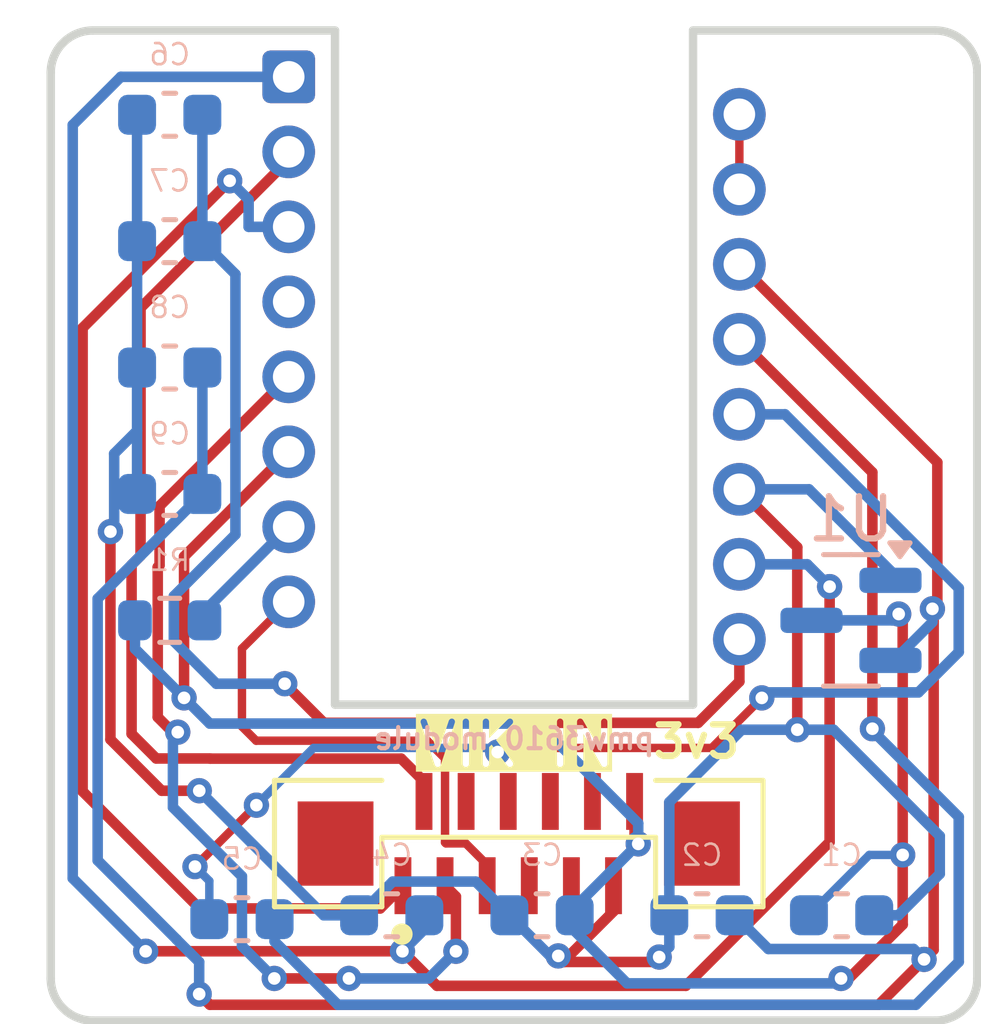
<source format=kicad_pcb>
(kicad_pcb (version 20240108) (generator "pcbnew") (generator_version "8.0")
  (layers (0 "F.Cu" signal) (31 "B.Cu" signal) (34 "B.Paste" user) (35 "F.Paste" user) (36 "B.SilkS" user "B.Silkscreen") (37 "F.SilkS" user "F.Silkscreen") (38 "B.Mask" user) (39 "F.Mask" user) (44 "Edge.Cuts" user))
  (net 0 "")
  (net 1 "VCC")
  (net 2 "GND")
  (net 3 "+1V9")
  (net 4 "Net-(U2-+VCSEL)")
  (net 5 "Net-(U2-CP)")
  (net 6 "Net-(U2-CN)")
  (net 7 "Net-(U2-VCP)")
  (net 8 "Net-(U2-NRESET)")
  (net 9 "Net-(U2--VCSEL)")
  (net 11 "MOTION")
  (net 12 "SCLK")
  (net 13 "SDIO")
  (net 14 "NCS")
  (footprint "vik:vik-module-connector-vertical" (layer "F.Cu") (at 136.112 99.298)
    (property "Reference" "J2" (hide yes))
    (property "Value" "vik-module-connector" (hide yes))
    (fp_line (start -5.8 -1.5) (end -3.25 -1.5) (stroke (width 0.12)) (layer "F.SilkS"))
    (fp_line (start -5.8 1.5) (end -5.8 -1.5) (stroke (width 0.12)) (layer "F.SilkS"))
    (fp_line (start -5.8 1.5) (end -3.25 1.5) (stroke (width 0.12)) (layer "F.SilkS"))
    (fp_line (start -3.25 -0.15) (end -3.25 1.5) (stroke (width 0.12)) (layer "F.SilkS"))
    (fp_line (start -3.25 -0.15) (end 3.25 -0.15) (stroke (width 0.12)) (layer "F.SilkS"))
    (fp_line (start 3.25 -0.15) (end 3.25 1.5) (stroke (width 0.12)) (layer "F.SilkS"))
    (fp_line (start 5.8 -1.5) (end 3.25 -1.5) (stroke (width 0.12)) (layer "F.SilkS"))
    (fp_line (start 5.8 1.5) (end 3.25 1.5) (stroke (width 0.12)) (layer "F.SilkS"))
    (fp_line (start 5.8 1.5) (end 5.8 -1.5) (stroke (width 0.12)) (layer "F.SilkS"))
    (fp_circle (center -2.773 2.15) (end -2.646 2.15) (stroke (width 0.254)) (fill none) (layer "F.SilkS"))
    (fp_text user "3v3" (at 3.12 -1.98 0) (layer "F.SilkS") (effects (font (size 0.75 0.75)) (justify left bottom)))
    (fp_text user "VIK IN" (at -2.45 -1.762 0) (layer "F.SilkS" knockout) (effects (justify left bottom)))
    (pad "" smd rect (at -4.35 0) (size 1.8 2) (layers "F.Cu" "F.Paste" "F.Mask"))
    (pad "" smd rect (at 4.35 0) (size 1.8 2) (layers "F.Cu" "F.Paste" "F.Mask"))
    (pad "1" smd rect (at -2.75 1) (size 0.4 1.35) (layers "F.Cu" "F.Paste" "F.Mask") (net 12 "SCLK"))
    (pad "2" smd rect (at -2.25 -1) (size 0.4 1.35) (layers "F.Cu" "F.Paste" "F.Mask") (net 13 "SDIO"))
    (pad "3" smd rect (at -1.75 1) (size 0.4 1.35) (layers "F.Cu" "F.Paste" "F.Mask") (net 14 "NCS"))
    (pad "4" smd rect (at -1.25 -1) (size 0.4 1.35) (layers "F.Cu" "F.Paste" "F.Mask"))
    (pad "5" smd rect (at -0.75 1) (size 0.4 1.35) (layers "F.Cu" "F.Paste" "F.Mask") (net 11 "MOTION"))
    (pad "6" smd rect (at -0.25 -1) (size 0.4 1.35) (layers "F.Cu" "F.Paste" "F.Mask"))
    (pad "7" smd rect (at 0.25 1) (size 0.4 1.35) (layers "F.Cu" "F.Paste" "F.Mask"))
    (pad "8" smd rect (at 0.75 -1) (size 0.4 1.35) (layers "F.Cu" "F.Paste" "F.Mask"))
    (pad "9" smd rect (at 1.25 1) (size 0.4 1.35) (layers "F.Cu" "F.Paste" "F.Mask"))
    (pad "10" smd rect (at 1.75 -1) (size 0.4 1.35) (layers "F.Cu" "F.Paste" "F.Mask"))
    (pad "11" smd rect (at 2.25 1) (size 0.4 1.35) (layers "F.Cu" "F.Paste" "F.Mask") (net 2 "GND"))
    (pad "12" smd rect (at 2.75 -1) (size 0.4 1.35) (layers "F.Cu" "F.Paste" "F.Mask") (net 1 "VCC"))
  )
  (footprint "roBa:PMW3610DM-SUDU 16Pin" (layer "F.Cu") (at 136 87.268 90)
    (property "Reference" "U2" (hide yes))
    (property "Value" "PMW3610")
    (pad "1" thru_hole roundrect (at 6.168 -5.35 270) (size 1.25 1.25) (drill 0.75) (layers "*.Cu" "*.Mask") (roundrect_rratio 0.15) (net 4 "Net-(U2-+VCSEL)"))
    (pad "2" thru_hole oval (at 4.388 -5.35 270) (size 1.25 1.25) (drill 0.75) (layers "*.Cu" "*.Mask") (net 13 "SDIO"))
    (pad "3" thru_hole oval (at 2.608 -5.35 270) (size 1.25 1.25) (drill 0.75) (layers "*.Cu" "*.Mask") (net 12 "SCLK"))
    (pad "4" thru_hole oval (at 0.828 -5.35 270) (size 1.25 1.25) (drill 0.75) (layers "*.Cu" "*.Mask"))
    (pad "5" thru_hole oval (at -0.952 -5.35 270) (size 1.25 1.25) (drill 0.75) (layers "*.Cu" "*.Mask") (net 14 "NCS"))
    (pad "6" thru_hole oval (at -2.732 -5.35 270) (size 1.25 1.25) (drill 0.75) (layers "*.Cu" "*.Mask") (net 1 "VCC"))
    (pad "7" thru_hole oval (at -4.512 -5.35 270) (size 1.25 1.25) (drill 0.75) (layers "*.Cu" "*.Mask") (net 8 "Net-(U2-NRESET)"))
    (pad "8" thru_hole oval (at -6.292 -5.35 270) (size 1.25 1.25) (drill 0.75) (layers "*.Cu" "*.Mask") (net 11 "MOTION"))
    (pad "9" thru_hole oval (at -7.182 5.35 270) (size 1.25 1.25) (drill 0.75) (layers "*.Cu" "*.Mask") (net 7 "Net-(U2-VCP)"))
    (pad "10" thru_hole oval (at -5.402 5.35 270) (size 1.25 1.25) (drill 0.75) (layers "*.Cu" "*.Mask") (net 4 "Net-(U2-+VCSEL)"))
    (pad "11" thru_hole oval (at -3.622 5.35 270) (size 1.25 1.25) (drill 0.75) (layers "*.Cu" "*.Mask") (net 2 "GND"))
    (pad "12" thru_hole oval (at -1.842 5.35 270) (size 1.25 1.25) (drill 0.75) (layers "*.Cu" "*.Mask") (net 5 "Net-(U2-CP)"))
    (pad "13" thru_hole oval (at -0.062 5.35 270) (size 1.25 1.25) (drill 0.75) (layers "*.Cu" "*.Mask") (net 6 "Net-(U2-CN)"))
    (pad "14" thru_hole oval (at 1.718 5.35 270) (size 1.25 1.25) (drill 0.75) (layers "*.Cu" "*.Mask") (net 3 "+1V9"))
    (pad "15" thru_hole oval (at 3.498 5.35 270) (size 1.25 1.25) (drill 0.75) (layers "*.Cu" "*.Mask") (net 9 "Net-(U2--VCSEL)"))
    (pad "16" thru_hole oval (at 5.278 5.35 270) (size 1.25 1.25) (drill 0.75) (layers "*.Cu" "*.Mask") (net 9 "Net-(U2--VCSEL)"))
  )
  (footprint "roBa:C_0603_1608Metric" (layer "B.Cu") (at 140.462 101 180)
    (property "Reference" "C2" (at 0 1.43 180) (layer "B.SilkS") (effects (font (size 0.5 0.5) (thickness 0.0625)) (justify mirror)))
    (property "Value" "1u")
    (fp_line (start 0.14058 0.51) (end -0.14058 0.51) (stroke (width 0.12)) (layer "B.SilkS"))
    (fp_line (start 0.14058 -0.51) (end -0.14058 -0.51) (stroke (width 0.12)) (layer "B.SilkS"))
    (pad "1" smd roundrect (at -0.775 0 180) (size 0.9 0.95) (layers "B.Cu" "B.Paste" "B.Mask") (net 3 "+1V9"))
    (pad "2" smd roundrect (at 0.775 0 180) (size 0.9 0.95) (layers "B.Cu" "B.Paste" "B.Mask") (net 2 "GND"))
  )
  (footprint "roBa:C_0603_1608Metric" (layer "B.Cu") (at 127.825 85 180)
    (property "Reference" "C7" (at 0 1.43 180) (layer "B.SilkS") (effects (font (size 0.5 0.5) (thickness 0.0625)) (justify mirror)))
    (property "Value" "10n (X7R)")
    (fp_line (start 0.14058 0.51) (end -0.14058 0.51) (stroke (width 0.12)) (layer "B.SilkS"))
    (fp_line (start 0.14058 -0.51) (end -0.14058 -0.51) (stroke (width 0.12)) (layer "B.SilkS"))
    (pad "1" smd roundrect (at -0.775 0 180) (size 0.9 0.95) (layers "B.Cu" "B.Paste" "B.Mask") (net 7 "Net-(U2-VCP)"))
    (pad "2" smd roundrect (at 0.775 0 180) (size 0.9 0.95) (layers "B.Cu" "B.Paste" "B.Mask") (net 2 "GND"))
  )
  (footprint "roBa:C_0603_1608Metric" (layer "B.Cu") (at 129.54 101.092 180)
    (property "Reference" "C5" (at 0 1.43 180) (layer "B.SilkS") (effects (font (size 0.5 0.5) (thickness 0.0625)) (justify mirror)))
    (property "Value" "100n (X7R)" (hide yes))
    (fp_line (start 0.14058 0.51) (end -0.14058 0.51) (stroke (width 0.12)) (layer "B.SilkS"))
    (fp_line (start 0.14058 -0.51) (end -0.14058 -0.51) (stroke (width 0.12)) (layer "B.SilkS"))
    (pad "1" smd roundrect (at -0.775 0 180) (size 0.9 0.95) (layers "B.Cu" "B.Paste" "B.Mask") (net 6 "Net-(U2-CN)"))
    (pad "2" smd roundrect (at 0.775 0 180) (size 0.9 0.95) (layers "B.Cu" "B.Paste" "B.Mask") (net 5 "Net-(U2-CP)"))
  )
  (footprint "roBa:C_0603_1608Metric" (layer "B.Cu") (at 143.777 101 180)
    (property "Reference" "C1" (at 0 1.43 180) (layer "B.SilkS") (effects (font (size 0.5 0.5) (thickness 0.0625)) (justify mirror)))
    (property "Value" "1u")
    (fp_line (start 0.14058 0.51) (end -0.14058 0.51) (stroke (width 0.12)) (layer "B.SilkS"))
    (fp_line (start 0.14058 -0.51) (end -0.14058 -0.51) (stroke (width 0.12)) (layer "B.SilkS"))
    (pad "1" smd roundrect (at -0.775 0 180) (size 0.9 0.95) (layers "B.Cu" "B.Paste" "B.Mask") (net 2 "GND"))
    (pad "2" smd roundrect (at 0.775 0 180) (size 0.9 0.95) (layers "B.Cu" "B.Paste" "B.Mask") (net 1 "VCC"))
  )
  (footprint "roBa:C_0603_1608Metric" (layer "B.Cu") (at 127.825 91 180)
    (property "Reference" "C9" (at 0 1.43 180) (layer "B.SilkS") (effects (font (size 0.5 0.5) (thickness 0.0625)) (justify mirror)))
    (property "Value" "3.3u/25V")
    (fp_line (start 0.14058 0.51) (end -0.14058 0.51) (stroke (width 0.12)) (layer "B.SilkS"))
    (fp_line (start 0.14058 -0.51) (end -0.14058 -0.51) (stroke (width 0.12)) (layer "B.SilkS"))
    (pad "1" smd roundrect (at -0.775 0 180) (size 0.9 0.95) (layers "B.Cu" "B.Paste" "B.Mask") (net 3 "+1V9"))
    (pad "2" smd roundrect (at 0.775 0 180) (size 0.9 0.95) (layers "B.Cu" "B.Paste" "B.Mask") (net 2 "GND"))
  )
  (footprint "roBa:SOT-23" (layer "B.Cu") (at 144 94 180)
    (property "Reference" "U1" (at 0 2.4 180) (layer "B.SilkS") (effects (justify mirror)))
    (property "Value" "MCP1700T-1802E/TT" (hide yes))
    (fp_line (start 0.65 1.56) (end 0 1.56) (stroke (width 0.12)) (layer "B.SilkS"))
    (fp_line (start 0.65 -1.56) (end 0 -1.56) (stroke (width 0.12)) (layer "B.SilkS"))
    (fp_line (start -0.65 1.56) (end 0 1.56) (stroke (width 0.12)) (layer "B.SilkS"))
    (fp_line (start -0.65 -1.56) (end 0 -1.56) (stroke (width 0.12)) (layer "B.SilkS"))
    (fp_poly (pts (xy -1.1625 1.51) (xy -1.4025 1.84) (xy -0.9225 1.84) (xy -1.1625 1.51)) (stroke (width 0.12)) (fill solid) (layer "B.SilkS"))
    (pad "1" smd roundrect (at -0.9375 0.95 180) (size 1.475 0.6) (layers "B.Cu" "B.Paste" "B.Mask") (net 2 "GND"))
    (pad "2" smd roundrect (at -0.9375 -0.95 180) (size 1.475 0.6) (layers "B.Cu" "B.Paste" "B.Mask") (net 3 "+1V9"))
    (pad "3" smd roundrect (at 0.9375 0 180) (size 1.475 0.6) (layers "B.Cu" "B.Paste" "B.Mask") (net 1 "VCC"))
  )
  (footprint "roBa:C_0603_1608Metric" (layer "B.Cu") (at 127.825 88 180)
    (property "Reference" "C8" (at 0 1.43 180) (layer "B.SilkS") (effects (font (size 0.5 0.5) (thickness 0.0625)) (justify mirror)))
    (property "Value" "100n")
    (fp_line (start 0.14058 0.51) (end -0.14058 0.51) (stroke (width 0.12)) (layer "B.SilkS"))
    (fp_line (start 0.14058 -0.51) (end -0.14058 -0.51) (stroke (width 0.12)) (layer "B.SilkS"))
    (pad "1" smd roundrect (at -0.775 0 180) (size 0.9 0.95) (layers "B.Cu" "B.Paste" "B.Mask") (net 3 "+1V9"))
    (pad "2" smd roundrect (at 0.775 0 180) (size 0.9 0.95) (layers "B.Cu" "B.Paste" "B.Mask") (net 2 "GND"))
  )
  (footprint "roBa:C_0603_1608Metric" (layer "B.Cu") (at 127.825 82 180)
    (property "Reference" "C6" (at 0 1.43 180) (layer "B.SilkS") (effects (font (size 0.5 0.5) (thickness 0.0625)) (justify mirror)))
    (property "Value" "10u (X7R)")
    (fp_line (start 0.14058 0.51) (end -0.14058 0.51) (stroke (width 0.12)) (layer "B.SilkS"))
    (fp_line (start 0.14058 -0.51) (end -0.14058 -0.51) (stroke (width 0.12)) (layer "B.SilkS"))
    (pad "1" smd roundrect (at -0.775 0 180) (size 0.9 0.95) (layers "B.Cu" "B.Paste" "B.Mask") (net 7 "Net-(U2-VCP)"))
    (pad "2" smd roundrect (at 0.775 0 180) (size 0.9 0.95) (layers "B.Cu" "B.Paste" "B.Mask") (net 2 "GND"))
  )
  (footprint "roBa:C_0603_1608Metric" (layer "B.Cu") (at 133.096 101 180)
    (property "Reference" "C4" (at 0 1.43 180) (layer "B.SilkS") (effects (font (size 0.5 0.5) (thickness 0.0625)) (justify mirror)))
    (property "Value" "10n")
    (fp_line (start 0.14058 0.51) (end -0.14058 0.51) (stroke (width 0.12)) (layer "B.SilkS"))
    (fp_line (start 0.14058 -0.51) (end -0.14058 -0.51) (stroke (width 0.12)) (layer "B.SilkS"))
    (pad "1" smd roundrect (at -0.775 0 180) (size 0.9 0.95) (layers "B.Cu" "B.Paste" "B.Mask") (net 4 "Net-(U2-+VCSEL)"))
    (pad "2" smd roundrect (at 0.775 0 180) (size 0.9 0.95) (layers "B.Cu" "B.Paste" "B.Mask") (net 2 "GND"))
  )
  (footprint "roBa:C_0603_1608Metric" (layer "B.Cu") (at 136.665 101 180)
    (property "Reference" "C3" (at 0 1.43 0) (layer "B.SilkS") (effects (font (size 0.5 0.5) (thickness 0.0625)) (justify mirror)))
    (property "Value" "100n")
    (fp_line (start 0.14058 0.51) (end -0.14058 0.51) (stroke (width 0.12)) (layer "B.SilkS"))
    (fp_line (start 0.14058 -0.51) (end -0.14058 -0.51) (stroke (width 0.12)) (layer "B.SilkS"))
    (pad "1" smd roundrect (at -0.775 0 180) (size 0.9 0.95) (layers "B.Cu" "B.Paste" "B.Mask") (net 1 "VCC"))
    (pad "2" smd roundrect (at 0.775 0 180) (size 0.9 0.95) (layers "B.Cu" "B.Paste" "B.Mask") (net 2 "GND"))
  )
  (footprint "roBa:R_0603_1608Metric" (layer "B.Cu") (at 127.825 94 180)
    (property "Reference" "R1" (at 0 1.43 180) (layer "B.SilkS") (effects (font (size 0.5 0.5) (thickness 0.0625)) (justify mirror)))
    (property "Value" "2M")
    (fp_line (start 0.237258 0.5225) (end -0.237258 0.5225) (stroke (width 0.12)) (layer "B.SilkS"))
    (fp_line (start 0.237258 -0.5225) (end -0.237258 -0.5225) (stroke (width 0.12)) (layer "B.SilkS"))
    (pad "1" smd roundrect (at -0.825 0 180) (size 0.8 0.95) (layers "B.Cu" "B.Paste" "B.Mask") (net 8 "Net-(U2-NRESET)"))
    (pad "2" smd roundrect (at 0.825 0 180) (size 0.8 0.95) (layers "B.Cu" "B.Paste" "B.Mask") (net 1 "VCC"))
  )
  (gr_arc (start 126 103.5) (mid 125.292893 103.207107) (end 125 102.5) (stroke (width 0.2)) (layer "Edge.Cuts"))
  (gr_line (start 140.25 96) (end 140.25 80) (stroke (width 0.2)) (layer "Edge.Cuts"))
  (gr_line (start 140.25 80) (end 146 80) (stroke (width 0.2)) (layer "Edge.Cuts"))
  (gr_arc (start 146 80) (mid 146.707107 80.292893) (end 147 81) (stroke (width 0.2)) (layer "Edge.Cuts"))
  (gr_arc (start 147 102.5) (mid 146.707107 103.207107) (end 146 103.5) (stroke (width 0.2)) (layer "Edge.Cuts"))
  (gr_line (start 147 81) (end 147 102.5) (stroke (width 0.2)) (layer "Edge.Cuts"))
  (gr_line (start 125 102.5) (end 125 81) (stroke (width 0.2)) (layer "Edge.Cuts"))
  (gr_line (start 131.75 96) (end 131.75 80) (stroke (width 0.2)) (layer "Edge.Cuts"))
  (gr_line (start 131.75 80) (end 126 80) (stroke (width 0.2)) (layer "Edge.Cuts"))
  (gr_line (start 131.75 96) (end 140.25 96) (stroke (width 0.2)) (layer "Edge.Cuts"))
  (gr_line (start 126 103.5) (end 146 103.5) (stroke (width 0.2)) (layer "Edge.Cuts"))
  (gr_arc (start 125 81) (mid 125.292893 80.292893) (end 126 80) (stroke (width 0.2)) (layer "Edge.Cuts"))
  (gr_text "pmw3610 module\n" (at 136 97.1 0) (layer "B.SilkS") (effects (font (size 0.5 0.5) (thickness 0.1)) (justify bottom mirror)))
  (segment (start 145.2275 93.944502) (end 145.2275 99.568) (width 0.25) (layer "F.Cu") (net 1))
  (segment (start 145.2275 101.221) (end 143.9495 102.499) (width 0.25) (layer "F.Cu") (net 1))
  (segment (start 128.1653 92.4847) (end 128.1653 95.8399) (width 0.25) (layer "F.Cu") (net 1))
  (segment (start 128.1653 95.8399) (end 128.1652 95.8399) (width 0.25) (layer "F.Cu") (net 1))
  (segment (start 145.132997 93.849999) (end 145.2275 93.944502) (width 0.25) (layer "F.Cu") (net 1))
  (segment (start 130.65 90) (end 128.1653 92.4847) (width 0.25) (layer "F.Cu") (net 1))
  (segment (start 143.9495 102.499) (end 143.764 102.499) (width 0.25) (layer "F.Cu") (net 1))
  (segment (start 138.862 99.21925) (end 138.862 98.298) (width 0.25) (layer "F.Cu") (net 1))
  (segment (start 145.2275 99.568) (end 145.2275 101.221) (width 0.25) (layer "F.Cu") (net 1))
  (segment (start 138.948292 99.305542) (end 138.862 99.21925) (width 0.25) (layer "F.Cu") (net 1))
  (via (at 143.764 102.499) (size 0.6) (drill 0.3) (layers "F.Cu" "B.Cu") (net 1))
  (via (at 145.132997 93.849999) (size 0.6) (drill 0.3) (layers "F.Cu" "B.Cu") (net 1))
  (via (at 145.2275 99.568) (size 0.6) (drill 0.3) (layers "F.Cu" "B.Cu") (net 1))
  (via (at 128.1652 95.8399) (size 0.6) (drill 0.3) (layers "F.Cu" "B.Cu") (net 1))
  (via (at 138.948292 99.305542) (size 0.6) (drill 0.3) (layers "F.Cu" "B.Cu") (net 1))
  (segment (start 127 94) (end 127 94.6747) (width 0.25) (layer "B.Cu") (net 1))
  (segment (start 138.684 102.616) (end 143.647 102.616) (width 0.25) (layer "B.Cu") (net 1))
  (segment (start 143.002 101) (end 144.434 99.568) (width 0.2) (layer "B.Cu") (net 1))
  (segment (start 144.434 99.568) (end 145.2275 99.568) (width 0.2) (layer "B.Cu") (net 1))
  (segment (start 144.982996 94) (end 143.0625 94) (width 0.25) (layer "B.Cu") (net 1))
  (segment (start 138.948292 98.816292) (end 136.5819 96.4499) (width 0.25) (layer "B.Cu") (net 1))
  (segment (start 143.647 102.616) (end 143.764 102.499) (width 0.25) (layer "B.Cu") (net 1))
  (segment (start 127 94.6747) (end 128.1652 95.8399) (width 0.25) (layer "B.Cu") (net 1))
  (segment (start 145.132997 93.849999) (end 144.982996 94) (width 0.25) (layer "B.Cu") (net 1))
  (segment (start 138.948292 99.305542) (end 138.948292 98.816292) (width 0.25) (layer "B.Cu") (net 1))
  (segment (start 137.44 100.813834) (end 138.948292 99.305542) (width 0.25) (layer "B.Cu") (net 1))
  (segment (start 137.44 101.372) (end 138.684 102.616) (width 0.25) (layer "B.Cu") (net 1))
  (segment (start 128.7752 96.4499) (end 128.1652 95.8399) (width 0.25) (layer "B.Cu") (net 1))
  (segment (start 136.5819 96.4499) (end 128.7752 96.4499) (width 0.25) (layer "B.Cu") (net 1))
  (segment (start 137.44 101) (end 137.44 100.813834) (width 0.25) (layer "B.Cu") (net 1))
  (segment (start 137.44 101) (end 137.44 101.372) (width 0.25) (layer "B.Cu") (net 1))
  (segment (start 127.633604 98.044) (end 126.4169 96.827296) (width 0.25) (layer "F.Cu") (net 2))
  (segment (start 137.193344 102.108) (end 139.329 102.108) (width 0.25) (layer "F.Cu") (net 2))
  (segment (start 138.362 100.906) (end 138.362 100.298) (width 0.25) (layer "F.Cu") (net 2))
  (segment (start 126.4169 96.827296) (end 126.4169 91.8947) (width 0.25) (layer "F.Cu") (net 2))
  (segment (start 142.7251 92.2651) (end 142.7251 96.5959) (width 0.25) (layer "F.Cu") (net 2))
  (segment (start 137.303672 101.964328) (end 138.362 100.906) (width 0.25) (layer "F.Cu") (net 2))
  (segment (start 128.526052 98.044) (end 127.633604 98.044) (width 0.25) (layer "F.Cu") (net 2))
  (segment (start 139.329 102.108) (end 139.446 101.991) (width 0.25) (layer "F.Cu") (net 2))
  (segment (start 137.049672 101.964328) (end 137.193344 102.108) (width 0.25) (layer "F.Cu") (net 2))
  (segment (start 137.049672 101.964328) (end 137.303672 101.964328) (width 0.25) (layer "F.Cu") (net 2))
  (segment (start 141.35 90.89) (end 142.7251 92.2651) (width 0.25) (layer "F.Cu") (net 2))
  (via (at 137.049672 101.964328) (size 0.6) (drill 0.3) (layers "F.Cu" "B.Cu") (net 2))
  (via (at 139.446 101.991) (size 0.6) (drill 0.3) (layers "F.Cu" "B.Cu") (net 2))
  (via (at 126.4169 91.8947) (size 0.6) (drill 0.3) (layers "F.Cu" "B.Cu") (net 2))
  (via (at 128.526052 98.044) (size 0.6) (drill 0.3) (layers "F.Cu" "B.Cu") (net 2))
  (via (at 142.7251 96.5959) (size 0.6) (drill 0.3) (layers "F.Cu" "B.Cu") (net 2))
  (segment (start 144.552 101) (end 145.126 101) (width 0.25) (layer "B.Cu") (net 2))
  (segment (start 126.417 91.8947) (end 126.4169 91.8947) (width 0.25) (layer "B.Cu") (net 2))
  (segment (start 146.108 99.118) (end 143.5859 96.5959) (width 0.25) (layer "B.Cu") (net 2))
  (segment (start 146.108 100.018) (end 146.108 99.118) (width 0.25) (layer "B.Cu") (net 2))
  (segment (start 141.4058 96.5959) (end 142.7251 96.5959) (width 0.25) (layer "B.Cu") (net 2))
  (segment (start 143.5859 96.5959) (end 142.7251 96.5959) (width 0.25) (layer "B.Cu") (net 2))
  (segment (start 132.321 101) (end 131.482052 101) (width 0.25) (layer "B.Cu") (net 2))
  (segment (start 139.446 101.991) (end 139.687 101.75) (width 0.25) (layer "B.Cu") (net 2))
  (segment (start 131.482052 101) (end 128.526052 98.044) (width 0.25) (layer "B.Cu") (net 2))
  (segment (start 145.126 101) (end 146.108 100.018) (width 0.25) (layer "B.Cu") (net 2))
  (segment (start 139.687 98.3147) (end 141.4058 96.5959) (width 0.25) (layer "B.Cu") (net 2))
  (segment (start 133.121 100.2) (end 132.321 101) (width 0.25) (layer "B.Cu") (net 2))
  (segment (start 143.004 90.89) (end 141.35 90.89) (width 0.25) (layer "B.Cu") (net 2))
  (segment (start 135.89 101) (end 135.09 100.2) (width 0.25) (layer "B.Cu") (net 2))
  (segment (start 144.9375 93.05) (end 144.9375 92.8235) (width 0.25) (layer "B.Cu") (net 2))
  (segment (start 139.687 101.75) (end 139.687 98.3147) (width 0.25) (layer "B.Cu") (net 2))
  (segment (start 127.05 89.5) (end 126.5059 90.0441) (width 0.25) (layer "B.Cu") (net 2))
  (segment (start 127.05 88) (end 127.05 89.5) (width 0.25) (layer "B.Cu") (net 2))
  (segment (start 136.854328 101.964328) (end 135.89 101) (width 0.25) (layer "B.Cu") (net 2))
  (segment (start 126.5059 91.8058) (end 126.417 91.8947) (width 0.25) (layer "B.Cu") (net 2))
  (segment (start 144.9375 92.8235) (end 143.004 90.89) (width 0.25) (layer "B.Cu") (net 2))
  (segment (start 127.05 85) (end 127.05 88) (width 0.25) (layer "B.Cu") (net 2))
  (segment (start 135.09 100.2) (end 133.121 100.2) (width 0.25) (layer "B.Cu") (net 2))
  (segment (start 137.049672 101.964328) (end 136.854328 101.964328) (width 0.25) (layer "B.Cu") (net 2))
  (segment (start 127.05 89.5) (end 127.05 91) (width 0.25) (layer "B.Cu") (net 2))
  (segment (start 127.05 82) (end 127.05 85) (width 0.25) (layer "B.Cu") (net 2))
  (segment (start 126.5059 90.0441) (end 126.5059 91.8058) (width 0.25) (layer "B.Cu") (net 2))
  (segment (start 146.05 90.25) (end 141.35 85.55) (width 0.25) (layer "F.Cu") (net 3))
  (segment (start 146.05 93.609) (end 146.05 90.25) (width 0.25) (layer "F.Cu") (net 3))
  (segment (start 145.9631 93.7561) (end 145.9631 101.819016) (width 0.25) (layer "F.Cu") (net 3))
  (segment (start 145.933 93.726) (end 145.9631 93.7561) (width 0.25) (layer "F.Cu") (net 3))
  (segment (start 128.524 102.87) (end 128.778 103.124) (width 0.25) (layer "F.Cu") (net 3))
  (segment (start 144.658116 103.124) (end 145.735058 102.047058) (width 0.25) (layer "F.Cu") (net 3))
  (segment (start 145.9631 101.819016) (end 145.735058 102.047058) (width 0.25) (layer "F.Cu") (net 3))
  (segment (start 145.933 93.726) (end 146.05 93.609) (width 0.25) (layer "F.Cu") (net 3))
  (segment (start 128.778 103.124) (end 144.658116 103.124) (width 0.25) (layer "F.Cu") (net 3))
  (via (at 145.933 93.726) (size 0.6) (drill 0.3) (layers "F.Cu" "B.Cu") (net 3))
  (via (at 128.524 102.87) (size 0.6) (drill 0.3) (layers "F.Cu" "B.Cu") (net 3))
  (via (at 145.735058 102.047058) (size 0.6) (drill 0.3) (layers "F.Cu" "B.Cu") (net 3))
  (segment (start 145.488 101.8) (end 142.037 101.8) (width 0.25) (layer "B.Cu") (net 3))
  (segment (start 128.305948 101.892) (end 127.99 101.576052) (width 0.25) (layer "B.Cu") (net 3))
  (segment (start 128.308 101.892) (end 128.305948 101.892) (width 0.25) (layer "B.Cu") (net 3))
  (segment (start 126.1139 93.4861) (end 128.6 91) (width 0.25) (layer "B.Cu") (net 3))
  (segment (start 145.026 94.95) (end 144.9375 94.95) (width 0.25) (layer "B.Cu") (net 3))
  (segment (start 145.735058 102.047058) (end 145.488 101.8) (width 0.25) (layer "B.Cu") (net 3))
  (segment (start 127.99 101.576052) (end 127.99 101.574) (width 0.25) (layer "B.Cu") (net 3))
  (segment (start 145.933 93.726) (end 145.933 94.043) (width 0.25) (layer "B.Cu") (net 3))
  (segment (start 128.524 102.108) (end 128.308 101.892) (width 0.25) (layer "B.Cu") (net 3))
  (segment (start 126.1139 99.6979) (end 126.1139 93.4861) (width 0.25) (layer "B.Cu") (net 3))
  (segment (start 128.6 91) (end 128.6 88) (width 0.25) (layer "B.Cu") (net 3))
  (segment (start 145.933 94.043) (end 145.026 94.95) (width 0.25) (layer "B.Cu") (net 3))
  (segment (start 127.99 101.574) (end 126.1139 99.6979) (width 0.25) (layer "B.Cu") (net 3))
  (segment (start 128.524 102.87) (end 128.524 102.108) (width 0.25) (layer "B.Cu") (net 3))
  (segment (start 142.037 101.8) (end 141.237 101) (width 0.25) (layer "B.Cu") (net 3))
  (segment (start 143.4928 99.261308) (end 140.080108 102.674) (width 0.25) (layer "F.Cu") (net 4))
  (segment (start 127.254 101.854) (end 133.35 101.854) (width 0.25) (layer "F.Cu") (net 4))
  (segment (start 143.4928 93.2) (end 143.4928 99.261308) (width 0.25) (layer "F.Cu") (net 4))
  (segment (start 140.080108 102.674) (end 134.17 102.674) (width 0.25) (layer "F.Cu") (net 4))
  (segment (start 134.17 102.674) (end 133.35 101.854) (width 0.25) (layer "F.Cu") (net 4))
  (via (at 143.4928 93.2) (size 0.6) (drill 0.3) (layers "F.Cu" "B.Cu") (net 4))
  (via (at 133.35 101.854) (size 0.6) (drill 0.3) (layers "F.Cu" "B.Cu") (net 4))
  (via (at 127.254 101.854) (size 0.6) (drill 0.3) (layers "F.Cu" "B.Cu") (net 4))
  (segment (start 125.5218 82.2428) (end 126.6646 81.1) (width 0.25) (layer "B.Cu") (net 4))
  (segment (start 126.6646 81.1) (end 130.65 81.1) (width 0.25) (layer "B.Cu") (net 4))
  (segment (start 143.4928 93.2) (end 143.492 93.2) (width 0.25) (layer "B.Cu") (net 4))
  (segment (start 143.492 93.2) (end 142.962 92.67) (width 0.25) (layer "B.Cu") (net 4))
  (segment (start 125.5218 100.1218) (end 125.5218 82.2428) (width 0.25) (layer "B.Cu") (net 4))
  (segment (start 127.254 101.854) (end 125.5218 100.1218) (width 0.25) (layer "B.Cu") (net 4))
  (segment (start 142.962 92.67) (end 141.35 92.67) (width 0.25) (layer "B.Cu") (net 4))
  (segment (start 133.871 101.333) (end 133.871 101) (width 0.25) (layer "B.Cu") (net 4))
  (segment (start 133.35 101.854) (end 133.871 101.333) (width 0.25) (layer "B.Cu") (net 4))
  (segment (start 140.695 97.028) (end 141.8824 95.8406) (width 0.2) (layer "F.Cu") (net 5))
  (segment (start 135.611657 97.125541) (end 135.709198 97.028) (width 0.2) (layer "F.Cu") (net 5))
  (segment (start 135.709198 97.028) (end 140.695 97.028) (width 0.2) (layer "F.Cu") (net 5))
  (segment (start 128.424559 99.844443) (end 129.882501 98.386501) (width 0.2) (layer "F.Cu") (net 5))
  (via (at 128.424559 99.844443) (size 0.6) (drill 0.3) (layers "F.Cu" "B.Cu") (net 5))
  (via (at 141.8824 95.8406) (size 0.6) (drill 0.3) (layers "F.Cu" "B.Cu") (net 5))
  (via (at 129.882501 98.386501) (size 0.6) (drill 0.3) (layers "F.Cu" "B.Cu") (net 5))
  (via (at 135.611657 97.125541) (size 0.6) (drill 0.3) (layers "F.Cu" "B.Cu") (net 5))
  (segment (start 131.241002 97.028) (end 135.514116 97.028) (width 0.2) (layer "B.Cu") (net 5))
  (segment (start 142.4332 89.11) (end 146.558 93.2348) (width 0.25) (layer "B.Cu") (net 5))
  (segment (start 142.0126 95.7104) (end 141.8824 95.8406) (width 0.25) (layer "B.Cu") (net 5))
  (segment (start 128.424559 99.844443) (end 128.765 100.184884) (width 0.2) (layer "B.Cu") (net 5))
  (segment (start 146.558 94.7537) (end 145.6013 95.7104) (width 0.25) (layer "B.Cu") (net 5))
  (segment (start 135.514116 97.028) (end 135.611657 97.125541) (width 0.2) (layer "B.Cu") (net 5))
  (segment (start 146.558 93.2348) (end 146.558 94.7537) (width 0.25) (layer "B.Cu") (net 5))
  (segment (start 129.882501 98.386501) (end 131.241002 97.028) (width 0.2) (layer "B.Cu") (net 5))
  (segment (start 145.6013 95.7104) (end 142.0126 95.7104) (width 0.25) (layer "B.Cu") (net 5))
  (segment (start 128.765 100.184884) (end 128.765 101.092) (width 0.2) (layer "B.Cu") (net 5))
  (segment (start 141.35 89.11) (end 142.4332 89.11) (width 0.25) (layer "B.Cu") (net 5))
  (segment (start 144.507997 96.571903) (end 144.507997 90.487997) (width 0.25) (layer "F.Cu") (net 6))
  (segment (start 144.507997 90.487997) (end 141.35 87.33) (width 0.25) (layer "F.Cu") (net 6))
  (via (at 144.507997 96.571903) (size 0.6) (drill 0.3) (layers "F.Cu" "B.Cu") (net 6))
  (segment (start 144.507997 96.615097) (end 146.558 98.6651) (width 0.25) (layer "B.Cu") (net 6))
  (segment (start 146.558 98.6651) (end 146.558 102.108) (width 0.25) (layer "B.Cu") (net 6))
  (segment (start 144.507997 96.571903) (end 144.507997 96.615097) (width 0.25) (layer "B.Cu") (net 6))
  (segment (start 145.542 103.124) (end 131.8164 103.124) (width 0.25) (layer "B.Cu") (net 6))
  (segment (start 146.558 102.108) (end 145.542 103.124) (width 0.25) (layer "B.Cu") (net 6))
  (segment (start 130.315 101.6226) (end 130.315 100.838) (width 0.25) (layer "B.Cu") (net 6))
  (segment (start 131.8164 103.124) (end 130.315 101.6226) (width 0.25) (layer "B.Cu") (net 6))
  (segment (start 131.484 96.432) (end 140.3719 96.432) (width 0.25) (layer "F.Cu") (net 7))
  (segment (start 130.556 95.504) (end 131.484 96.432) (width 0.25) (layer "F.Cu") (net 7))
  (segment (start 140.3719 96.432) (end 141.35 95.4539) (width 0.25) (layer "F.Cu") (net 7))
  (segment (start 141.35 95.4539) (end 141.35 94.45) (width 0.25) (layer "F.Cu") (net 7))
  (via (at 130.556 95.504) (size 0.6) (drill 0.3) (layers "F.Cu" "B.Cu") (net 7))
  (segment (start 128.6 82) (end 128.6 85) (width 0.25) (layer "B.Cu") (net 7))
  (segment (start 127.9225 93.4257) (end 129.3849 91.9633) (width 0.25) (layer "B.Cu") (net 7))
  (segment (start 129.3849 91.9633) (end 129.3849 85.7849) (width 0.25) (layer "B.Cu") (net 7))
  (segment (start 127.9225 94.4953) (end 127.9225 93.4257) (width 0.25) (layer "B.Cu") (net 7))
  (segment (start 128.9312 95.504) (end 127.9225 94.4953) (width 0.25) (layer "B.Cu") (net 7))
  (segment (start 129.3849 85.7849) (end 128.6 85) (width 0.25) (layer "B.Cu") (net 7))
  (segment (start 130.556 95.504) (end 128.9312 95.504) (width 0.25) (layer "B.Cu") (net 7))
  (segment (start 128.65 93.78) (end 130.65 91.78) (width 0.25) (layer "B.Cu") (net 8))
  (segment (start 128.65 94) (end 128.65 93.78) (width 0.25) (layer "B.Cu") (net 8))
  (segment (start 141.35 81.99) (end 141.35 83.77) (width 0.2) (layer "F.Cu") (net 9))
  (segment (start 134.362 97.278) (end 134.362 99.273) (width 0.2) (layer "F.Cu") (net 11))
  (segment (start 135.362 99.802) (end 135.362 100.298) (width 0.2) (layer "F.Cu") (net 11))
  (segment (start 134.3825 99.2935) (end 134.8535 99.2935) (width 0.2) (layer "F.Cu") (net 11))
  (segment (start 129.877 96.857) (end 133.941 96.857) (width 0.2) (layer "F.Cu") (net 11))
  (segment (start 133.941 96.857) (end 134.362 97.278) (width 0.2) (layer "F.Cu") (net 11))
  (segment (start 134.362 99.273) (end 134.3825 99.2935) (width 0.2) (layer "F.Cu") (net 11))
  (segment (start 130.65 93.56) (end 129.54 94.67) (width 0.2) (layer "F.Cu") (net 11))
  (segment (start 129.54 96.52) (end 129.877 96.857) (width 0.2) (layer "F.Cu") (net 11))
  (segment (start 129.54 94.67) (end 129.54 96.52) (width 0.2) (layer "F.Cu") (net 11))
  (segment (start 134.8535 99.2935) (end 135.362 99.802) (width 0.2) (layer "F.Cu") (net 11))
  (segment (start 130.65 93.56) (end 130.65 93.886) (width 0.2) (layer "B.Cu") (net 11))
  (segment (start 128.534232 100.838) (end 125.7571 98.060868) (width 0.25) (layer "F.Cu") (net 12))
  (segment (start 125.7571 87.0586) (end 129.2487 83.567) (width 0.25) (layer "F.Cu") (net 12))
  (segment (start 125.7571 98.060868) (end 125.7571 87.0586) (width 0.25) (layer "F.Cu") (net 12))
  (segment (start 133.362 100.298) (end 132.822 100.838) (width 0.25) (layer "F.Cu") (net 12))
  (segment (start 132.822 100.838) (end 128.534232 100.838) (width 0.25) (layer "F.Cu") (net 12))
  (via (at 129.2487 83.567) (size 0.6) (drill 0.3) (layers "F.Cu" "B.Cu") (net 12))
  (segment (start 129.6983 84.0166) (end 129.6983 84.66) (width 0.25) (layer "B.Cu") (net 12))
  (segment (start 130.65 84.66) (end 129.6983 84.66) (width 0.25) (layer "B.Cu") (net 12))
  (segment (start 129.2487 83.567) (end 129.6983 84.0166) (width 0.25) (layer "B.Cu") (net 12))
  (segment (start 133.862 97.823) (end 133.862 98.298) (width 0.25) (layer "F.Cu") (net 13))
  (segment (start 127.504531 97.278531) (end 128.778 97.278531) (width 0.25) (layer "F.Cu") (net 13))
  (segment (start 128.781469 97.282) (end 133.321 97.282) (width 0.25) (layer "F.Cu") (net 13))
  (segment (start 126.9193 96.6933) (end 127.504531 97.278531) (width 0.25) (layer "F.Cu") (net 13))
  (segment (start 127.1326 86.5827) (end 127.1326 92.4675) (width 0.25) (layer "F.Cu") (net 13))
  (segment (start 130.65 82.88) (end 130.65 83.0653) (width 0.25) (layer "F.Cu") (net 13))
  (segment (start 127.1326 92.4675) (end 126.9193 92.6808) (width 0.25) (layer "F.Cu") (net 13))
  (segment (start 126.9193 92.6808) (end 126.9193 96.6933) (width 0.25) (layer "F.Cu") (net 13))
  (segment (start 130.65 83.0653) (end 127.1326 86.5827) (width 0.25) (layer "F.Cu") (net 13))
  (segment (start 128.778 97.278531) (end 128.781469 97.282) (width 0.25) (layer "F.Cu") (net 13))
  (segment (start 133.321 97.282) (end 133.862 97.823) (width 0.25) (layer "F.Cu") (net 13))
  (segment (start 127.5402 92.7356) (end 127.5402 96.2982) (width 0.25) (layer "F.Cu") (net 14))
  (segment (start 134.62 100.556) (end 134.362 100.298) (width 0.25) (layer "F.Cu") (net 14))
  (segment (start 134.62 101.854) (end 134.62 100.556) (width 0.25) (layer "F.Cu") (net 14))
  (segment (start 127.895531 96.653531) (end 128.016 96.653531) (width 0.25) (layer "F.Cu") (net 14))
  (segment (start 130.65 88.22) (end 127.5843 91.2857) (width 0.25) (layer "F.Cu") (net 14))
  (segment (start 127.762 96.52) (end 127.895531 96.653531) (width 0.25) (layer "F.Cu") (net 14))
  (segment (start 130.307517 102.499001) (end 130.307518 102.499) (width 0.25) (layer "F.Cu") (net 14))
  (segment (start 127.5402 96.2982) (end 127.762 96.52) (width 0.25) (layer "F.Cu") (net 14))
  (segment (start 130.307518 102.499) (end 132.08 102.499) (width 0.25) (layer "F.Cu") (net 14))
  (segment (start 127.5843 92.6915) (end 127.5402 92.7356) (width 0.25) (layer "F.Cu") (net 14))
  (segment (start 127.5843 91.2857) (end 127.5843 92.6915) (width 0.25) (layer "F.Cu") (net 14))
  (via (at 130.307517 102.499001) (size 0.6) (drill 0.3) (layers "F.Cu" "B.Cu") (net 14))
  (via (at 128.016 96.653531) (size 0.6) (drill 0.3) (layers "F.Cu" "B.Cu") (net 14))
  (via (at 132.08 102.499) (size 0.6) (drill 0.3) (layers "F.Cu" "B.Cu") (net 14))
  (via (at 134.62 101.854) (size 0.6) (drill 0.3) (layers "F.Cu" "B.Cu") (net 14))
  (segment (start 129.54 100.076) (end 127.901052 98.437052) (width 0.25) (layer "B.Cu") (net 14))
  (segment (start 129.54 101.731484) (end 129.54 100.076) (width 0.25) (layer "B.Cu") (net 14))
  (segment (start 134.62 101.854) (end 133.975 102.499) (width 0.25) (layer "B.Cu") (net 14))
  (segment (start 133.975 102.499) (end 132.08 102.499) (width 0.25) (layer "B.Cu") (net 14))
  (segment (start 127.901052 98.437052) (end 127.901052 96.768479) (width 0.25) (layer "B.Cu") (net 14))
  (segment (start 130.307517 102.499001) (end 129.54 101.731484) (width 0.25) (layer "B.Cu") (net 14))
  (segment (start 127.901052 96.768479) (end 128.016 96.653531) (width 0.25) (layer "B.Cu") (net 14))
)
</source>
